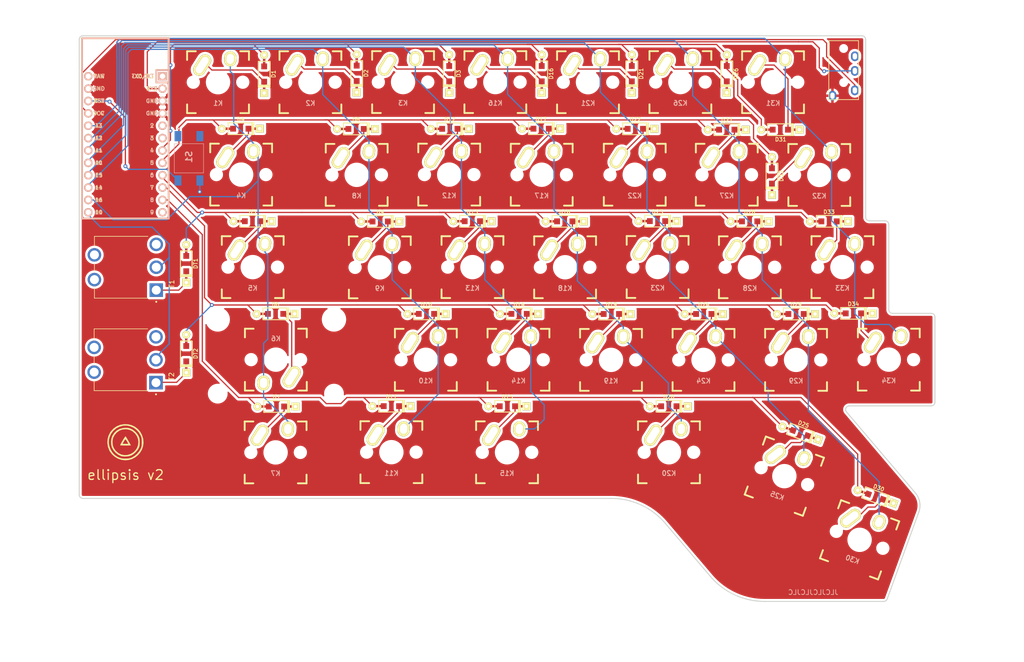
<source format=kicad_pcb>
(kicad_pcb (version 20211014) (generator pcbnew)
  (layers (0 "F.Cu" signal) (31 "B.Cu" signal) (34 "B.Paste" user) (35 "F.Paste" user) (36 "B.SilkS" user "B.Silkscreen") (37 "F.SilkS" user "F.Silkscreen") (38 "B.Mask" user) (39 "F.Mask" user) (44 "Edge.Cuts" user))
  (net 0 "")
  (net 1 "/row0")
  (net 2 "Net-(D1-Pad1)")
  (net 3 "Net-(D2-Pad1)")
  (net 4 "Net-(D3-Pad1)")
  (net 5 "/row1")
  (net 6 "Net-(D4-Pad1)")
  (net 7 "/row2")
  (net 8 "Net-(D5-Pad1)")
  (net 9 "/row3")
  (net 10 "Net-(D6-Pad1)")
  (net 11 "/row4")
  (net 12 "Net-(D7-Pad1)")
  (net 13 "Net-(D8-Pad1)")
  (net 14 "Net-(D9-Pad1)")
  (net 15 "Net-(D10-Pad1)")
  (net 16 "Net-(D11-Pad1)")
  (net 17 "Net-(D12-Pad1)")
  (net 18 "Net-(D13-Pad1)")
  (net 19 "Net-(D14-Pad1)")
  (net 20 "Net-(D15-Pad1)")
  (net 21 "Net-(D16-Pad1)")
  (net 22 "Net-(D17-Pad1)")
  (net 23 "Net-(D18-Pad1)")
  (net 24 "Net-(D19-Pad1)")
  (net 25 "Net-(D20-Pad1)")
  (net 26 "Net-(D21-Pad1)")
  (net 27 "Net-(D22-Pad1)")
  (net 28 "Net-(D23-Pad1)")
  (net 29 "Net-(D24-Pad1)")
  (net 30 "Net-(D25-Pad1)")
  (net 31 "Net-(D26-Pad1)")
  (net 32 "Net-(D27-Pad1)")
  (net 33 "Net-(D28-Pad1)")
  (net 34 "Net-(D29-Pad1)")
  (net 35 "Net-(D30-Pad1)")
  (net 36 "Net-(D31-Pad1)")
  (net 37 "Net-(D32-Pad1)")
  (net 38 "Net-(D33-Pad1)")
  (net 39 "Net-(D34-Pad1)")
  (net 40 "/col0")
  (net 41 "/col1")
  (net 42 "/col2")
  (net 43 "/col3")
  (net 44 "/col4")
  (net 45 "/col5")
  (net 46 "/col6")
  (net 47 "/serial")
  (net 52 "GND")
  (net 53 "/RST")
  (net 54 "/col7")
  (net 55 "VCC")
  (net 62 "Net-(DT1-Pad1)")
  (net 63 "Net-(DT2-Pad1)")
  (footprint "keyboard_parts:D_SOD123_axial" (layer "F.Cu") (at 76 37.575 90)
    (fp_text reference "D1")
    (fp_text value "D_ESC" hide)
  )
  (footprint "keyboard_parts:D_SOD123_axial" (layer "F.Cu") (at 95 37.425 90)
    (fp_text reference "D2")
    (fp_text value "D_1" hide)
  )
  (footprint "keyboard_parts:D_SOD123_axial" (layer "F.Cu") (at 114 37.5 90)
    (fp_text reference "D3")
    (fp_text value "D_2" hide)
  )
  (footprint "keyboard_parts:D_SOD123_axial" (layer "F.Cu") (at 71.2 48.8 180)
    (fp_text reference "D4")
    (fp_text value "D_TAB" hide)
  )
  (footprint "keyboard_parts:D_SOD123_axial" (layer "F.Cu") (at 73.6 67.8 180)
    (fp_text reference "D5")
    (fp_text value "D_CAPS" hide)
  )
  (footprint "keyboard_parts:D_SOD123_axial" (layer "F.Cu") (at 78.35 86.825 180)
    (fp_text reference "D6")
    (fp_text value "D_LSFT" hide)
  )
  (footprint "keyboard_parts:D_SOD123_axial" (layer "F.Cu") (at 78.525 105.85 180)
    (fp_text reference "D7")
    (fp_text value "D_LCTL" hide)
  )
  (footprint "keyboard_parts:D_SOD123_axial" (layer "F.Cu") (at 99.825 67.85 180)
    (fp_text reference "D9")
    (fp_text value "D_A" hide)
  )
  (footprint "keyboard_parts:D_SOD123_axial" (layer "F.Cu") (at 102.125 105.775 180)
    (fp_text reference "D11")
    (fp_text value "D_LSUP" hide)
  )
  (footprint "keyboard_parts:D_SOD123_axial" (layer "F.Cu") (at 114.125 48.825 180)
    (fp_text reference "D12")
    (fp_text value "D_W" hide)
  )
  (footprint "keyboard_parts:D_SOD123_axial" (layer "F.Cu") (at 118.75 67.8 180)
    (fp_text reference "D13")
    (fp_text value "D_S" hide)
  )
  (footprint "keyboard_parts:D_SOD123_axial" (layer "F.Cu") (at 128.35 86.825 180)
    (fp_text reference "D14")
    (fp_text value "D_X" hide)
  )
  (footprint "keyboard_parts:D_SOD123_axial" (layer "F.Cu") (at 125.95 105.8 180)
    (fp_text reference "D15")
    (fp_text value "D_LALT" hide)
  )
  (footprint "keyboard_parts:D_SOD123_axial" (layer "F.Cu") (at 133 37.5 90)
    (fp_text reference "D16")
    (fp_text value "D_3" hide)
  )
  (footprint "keyboard_parts:D_SOD123_axial" (layer "F.Cu") (at 132.875 48.8 180)
    (fp_text reference "D17")
    (fp_text value "D_E" hide)
  )
  (footprint "keyboard_parts:D_SOD123_axial" (layer "F.Cu") (at 137.725 67.825 180)
    (fp_text reference "D18")
    (fp_text value "D_D" hide)
  )
  (footprint "keyboard_parts:D_SOD123_axial" (layer "F.Cu") (at 147.3 86.85 180)
    (fp_text reference "D19")
    (fp_text value "D_C" hide)
  )
  (footprint "keyboard_parts:D_SOD123_axial" (layer "F.Cu") (at 159.1 105.8 180)
    (fp_text reference "D20")
    (fp_text value "D_TL1" hide)
  )
  (footprint "keyboard_parts:D_SOD123_axial" (layer "F.Cu") (at 151.5 37.5 90)
    (fp_text reference "D21")
    (fp_text value "D_4" hide)
  )
  (footprint "keyboard_parts:D_SOD123_axial" (layer "F.Cu") (at 152.225 48.825 180)
    (fp_text reference "D22")
    (fp_text value "D_R" hide)
  )
  (footprint "keyboard_parts:D_SOD123_axial" (layer "F.Cu") (at 156.775 67.775 180)
    (fp_text reference "D23")
    (fp_text value "D_F" hide)
  )
  (footprint "keyboard_parts:D_SOD123_axial" (layer "F.Cu") (at 166.275 86.85 180)
    (fp_text reference "D24")
    (fp_text value "D_V" hide)
  )
  (footprint "keyboard_parts:D_SOD123_axial" (layer "F.Cu") (at 171 37.5 90)
    (fp_text reference "D26")
    (fp_text value "D_5" hide)
  )
  (footprint "keyboard_parts:D_SOD123_axial" (layer "F.Cu") (at 171 49 180)
    (fp_text reference "D27")
    (fp_text value "D_T" hide)
  )
  (footprint "keyboard_parts:D_SOD123_axial" (layer "F.Cu") (at 175.7 67.825 180)
    (fp_text reference "D28")
    (fp_text value "D_G" hide)
  )
  (footprint "keyboard_parts:D_SOD123_axial" (layer "F.Cu") (at 185.225 86.85 180)
    (fp_text reference "D29")
    (fp_text value "D_B" hide)
  )
  (footprint "keyboard_parts:D_SOD123_axial" (layer "F.Cu") (at 201.55 124.375 160)
    (fp_text reference "D30")
    (fp_text value "D_TL3" hide)
  )
  (footprint "keyboard_parts:D_SOD123_axial" (layer "F.Cu") (at 182 49 180)
    (fp_text reference "D31")
    (fp_text value "D_6" hide)
  )
  (footprint "keyboard_parts:D_SOD123_axial" (layer "F.Cu") (at 180.28 58.5 90)
    (fp_text reference "D32")
    (fp_text value "D_CL1" hide)
  )
  (footprint "keyboard_parts:D_SOD123_axial" (layer "F.Cu") (at 192 67.825 180)
    (fp_text reference "D33")
    (fp_text value "D_CL2" hide)
  )
  (footprint "keebs:Mx_Alps_100" (layer "F.Cu") (at 66.525 39.25)
    (fp_text reference "K1")
    (fp_text value "KEY_ESC" hide)
  )
  (footprint "keebs:Mx_Alps_100" (layer "F.Cu") (at 85.5 39.25)
    (fp_text reference "K2")
    (fp_text value "KEY_1" hide)
  )
  (footprint "keebs:Mx_Alps_100" (layer "F.Cu") (at 104.525 39.225)
    (fp_text reference "K3")
    (fp_text value "KEY_2" hide)
  )
  (footprint "keebs:Mx_Alps_150" (layer "F.Cu") (at 71.275 58.225)
    (fp_text reference "K4")
    (fp_text value "KEY_TAB" hide)
  )
  (footprint "keebs:Mx_Alps_175" (layer "F.Cu") (at 73.65 77.225)
    (fp_text reference "K5")
    (fp_text value "KEY_CAPS" hide)
  )
  (footprint "keebs:Mx_Alps_225" (layer "F.Cu") (at 78.4 96.225 180)
    (fp_text reference "K6")
    (fp_text value "KEY_LSFT" hide)
  )
  (footprint "keebs:Mx_Alps_125" (layer "F.Cu") (at 78.35 115.275)
    (fp_text reference "K7")
    (fp_text value "KEY_LCTL" hide)
  )
  (footprint "keebs:Mx_Alps_100" (layer "F.Cu") (at 95 58.275)
    (fp_text reference "K8")
    (fp_text value "KEY_Q" hide)
  )
  (footprint "keebs:Mx_Alps_100" (layer "F.Cu") (at 99.75 77.275)
    (fp_text reference "K9")
    (fp_text value "KEY_A" hide)
  )
  (footprint "keebs:Mx_Alps_100" (layer "F.Cu") (at 109.2 96.25)
    (fp_text reference "K10")
    (fp_text value "KEY_Z" hide)
  )
  (footprint "keebs:Mx_Alps_125" (layer "F.Cu") (at 102.125 115.225)
    (fp_text reference "K11")
    (fp_text value "KEY_LSUP" hide)
  )
  (footprint "keebs:Mx_Alps_100" (layer "F.Cu") (at 114 58.225)
    (fp_text reference "K12")
    (fp_text value "KEY_W" hide)
  )
  (footprint "keebs:Mx_Alps_100" (layer "F.Cu") (at 118.775 77.225)
    (fp_text reference "K13")
    (fp_text value "KEY_S" hide)
  )
  (footprint "keebs:Mx_Alps_100" (layer "F.Cu") (at 128.225 96.25)
    (fp_text reference "K14")
    (fp_text value "KEY_X" hide)
  )
  (footprint "keebs:Mx_Alps_125" (layer "F.Cu") (at 125.875 115.25)
    (fp_text reference "K15")
    (fp_text value "KEY_LALT" hide)
  )
  (footprint "keebs:Mx_Alps_100" (layer "F.Cu") (at 123.475 39.225)
    (fp_text reference "K16")
    (fp_text value "KEY_3" hide)
  )
  (footprint "keebs:Mx_Alps_100" (layer "F.Cu") (at 133 58.25)
    (fp_text reference "K17")
    (fp_text value "KEY_E" hide)
  )
  (footprint "keebs:Mx_Alps_100" (layer "F.Cu") (at 137.8 77.25)
    (fp_text reference "K18")
    (fp_text value "KEY_D" hide)
  )
  (footprint "keebs:Mx_Alps_100" (layer "F.Cu") (at 147.225 96.275)
    (fp_text reference "K19")
    (fp_text value "KEY_C" hide)
  )
  (footprint "keebs:Mx_Alps_125" (layer "F.Cu") (at 159.125 115.25)
    (fp_text reference "K20")
    (fp_text value "KEY_TL1" hide)
  )
  (footprint "keebs:Mx_Alps_100" (layer "F.Cu") (at 142.5 39.25)
    (fp_text reference "K21")
    (fp_text value "KEY_4" hide)
  )
  (footprint "keebs:Mx_Alps_100" (layer "F.Cu") (at 152.1 58.25)
    (fp_text reference "K22")
    (fp_text value "KEY_R" hide)
  )
  (footprint "keebs:Mx_Alps_100" (layer "F.Cu") (at 156.8 77.2)
    (fp_text reference "K23")
    (fp_text value "KEY_F" hide)
  )
  (footprint "keebs:Mx_Alps_100" (layer "F.Cu") (at 166.225 96.275)
    (fp_text reference "K24")
    (fp_text value "KEY_V" hide)
  )
  (footprint "keebs:Mx_Alps_100" (layer "F.Cu") (at 161.475 39.225)
    (fp_text reference "K26")
    (fp_text value "KEY_5" hide)
  )
  (footprint "keebs:Mx_Alps_100" (layer "F.Cu") (at 171 58.25)
    (fp_text reference "K27")
    (fp_text value "KEY_T" hide)
  )
  (footprint "keebs:Mx_Alps_100" (layer "F.Cu") (at 175.75 77.25)
    (fp_text reference "K28")
    (fp_text value "KEY_G" hide)
  )
  (footprint "keebs:Mx_Alps_100" (layer "F.Cu") (at 185.225 96.275)
    (fp_text reference "K29")
    (fp_text value "KEY_B" hide)
  )
  (footprint "keebs:Mx_Alps_100" (layer "F.Cu") (at 180.5 39.25)
    (fp_text reference "K31")
    (fp_text value "KEY_6" hide)
  )
  (footprint "keebs:Mx_Alps_100" (layer "F.Cu") (at 190 58.3)
    (fp_text reference "K32")
    (fp_text value "KEY_CL1" hide)
  )
  (footprint "keebs:Mx_Alps_100" (layer "F.Cu") (at 194.75 77.225)
    (fp_text reference "K33")
    (fp_text value "KEY_CL2" hide)
  )
  (footprint "keebs:Mx_Alps_100" (layer "F.Cu") (at 204.275 96.225)
    (fp_text reference "K34")
    (fp_text value "KEY_CL3" hide)
  )
  (footprint "keebio:TRRS-PJ-320A" (layer "F.Cu") (at 195 30.7275)
    (fp_text reference "U1")
    (fp_text value "TRRS")
  )
  (footprint "keebs:Mx_Alps_125" (layer "F.Cu") (at 182.825 120.15 -20)
    (fp_text reference "K25")
    (fp_text value "KEY_TL2" hide)
  )
  (footprint "keebs:Mx_Alps_125" (layer "F.Cu") (at 198.275 133.225 -20)
    (fp_text reference "K30")
    (fp_text value "KEY_TL3" hide)
  )
  (footprint "keyboard_parts:D_SOD123_axial" (layer "F.Cu") (at 109.325 86.825 180)
    (fp_text reference "D10")
    (fp_text value "D_Z" hide)
  )
  (footprint "keyboard_parts:D_SOD123_axial" (layer "F.Cu") (at 94.875 48.85 180)
    (fp_text reference "D8")
    (fp_text value "D_Q" hide)
  )
  (footprint "keyboard_parts:D_SOD123_axial" (layer "F.Cu") (at 197 86.725 180)
    (fp_text reference "D34")
    (fp_text value "D_CL3" hide)
  )
  (footprint "keyboard_parts:D_SOD123_axial" (layer "F.Cu") (at 186.1 111.3 160)
    (fp_text reference "D25")
    (fp_text value "D_TL2" hide)
  )
  (footprint "keyboard_parts:D_SOD123_axial" (layer "F.Cu") (at 60 76.5 90)
    (fp_text reference "DT1")
    (fp_text value "D_TMOD" hide)
  )
  (footprint "toggle:SW_100SP1T2B4M6QE" (layer "F.Cu") (at 53.84 77.25 90)
    (fp_text reference "T1")
    (fp_text value "T_MODE")
  )
  (footprint "keyboard_parts:D_SOD123_axial" (layer "F.Cu") (at 60 95 90)
    (fp_text reference "DT2")
    (fp_text value "D_TSPC" hide)
  )
  (footprint "graphics:emblem_with_version" (layer "F.Cu") (at 47.5 113.5)
    (fp_text reference "G***" hide)
    (fp_text value "LOGO" hide)
  )
  (footprint "toggle:SW_100SP1T2B4M6QE" (layer "F.Cu") (at 53.78625 96.25 90)
    (fp_text reference "T2")
    (fp_text value "T_SPACE")
  )
  (footprint "mouser:LL3301NF065QG" (layer "B.Cu") (at 60.55 54.88 -90)
    (fp_text reference "S1")
    (fp_text value "RST_SW" hide)
  )
  (footprint "keebio:ArduinoProMicro-USBC-Alibaba" (layer "B.Cu") (at 47.5 52 -90)
    (fp_text reference "U2" hide)
    (fp_text value "ProMicro USBC" hide)
  )
  (gr_arc (start 213.75 104.97) (mid 213.53033 105.50033) (end 213 105.72) (layer "Edge.Cuts") (width 0.2))
  (gr_arc (start 195.586507 106.955691) (mid 195.477277 106.155173) (end 196.158 105.72) (layer "Edge.Cuts") (width 0.2))
  (gr_line (start 196.158 105.72) (end 213 105.72) (layer "Edge.Cuts") (width 0.2))
  (gr_arc (start 203.943769 145.380515) (mid 203.669182 145.738364) (end 203.239 145.874) (layer "Edge.Cuts") (width 0.2))
  (gr_line (start 200.275 67.72) (end 203.525 67.72) (layer "Edge.Cuts") (width 0.2))
  (gr_line (start 147.274 124.72) (end 38.775 124.72) (layer "Edge.Cuts") (width 0.2))
  (gr_arc (start 178.745 145.8741) (mid 172.621789 144.526704) (end 167.629767 140.733432) (layer "Edge.Cuts") (width 0.2))
  (gr_arc (start 209.738483 123.607551) (mid 210.618659 125.472105) (end 210.442183 127.5264) (layer "Edge.Cuts") (width 0.2))
  (gr_line (start 203.239 145.874) (end 178.745 145.8741) (layer "Edge.Cuts") (width 0.2))
  (gr_arc (start 198.775 29.72) (mid 199.30533 29.93967) (end 199.525 30.47) (layer "Edge.Cuts") (width 0.2))
  (gr_line (start 38.025 123.97) (end 38.025 30.47) (layer "Edge.Cuts") (width 0.2))
  (gr_line (start 167.629767 140.733432) (end 158.389233 129.860568) (layer "Edge.Cuts") (width 0.2))
  (gr_line (start 210.442183 127.5264) (end 203.943769 145.380515) (layer "Edge.Cuts") (width 0.2))
  (gr_arc (start 205.025 86.72) (mid 204.49467 86.50033) (end 204.275 85.97) (layer "Edge.Cuts") (width 0.2))
  (gr_arc (start 38.025 30.47) (mid 38.24467 29.93967) (end 38.775 29.72) (layer "Edge.Cuts") (width 0.2))
  (gr_arc (start 38.775 124.72) (mid 38.24467 124.50033) (end 38.025 123.97) (layer "Edge.Cuts") (width 0.2))
  (gr_arc (start 203.525 67.72) (mid 204.05533 67.93967) (end 204.275 68.47) (layer "Edge.Cuts") (width 0.2))
  (gr_line (start 204.275 68.47) (end 204.275 85.97) (layer "Edge.Cuts") (width 0.2))
  (gr_line (start 199.525 30.47) (end 199.525 66.97) (layer "Edge.Cuts") (width 0.2))
  (gr_arc (start 200.275 67.72) (mid 199.74467 67.50033) (end 199.525 66.97) (layer "Edge.Cuts") (width 0.2))
  (gr_arc (start 147.274 124.7199) (mid 153.397211 126.067296) (end 158.389233 129.860568) (layer "Edge.Cuts") (width 0.2))
  (gr_arc (start 213 86.72) (mid 213.53033 86.93967) (end 213.75 87.47) (layer "Edge.Cuts") (width 0.2))
  (gr_line (start 205.025 86.72) (end 213 86.72) (layer "Edge.Cuts") (width 0.2))
  (gr_line (start 195.586507 106.955691) (end 209.738483 123.607551) (layer "Edge.Cuts") (width 0.2))
  (gr_line (start 38.775 29.72) (end 198.775 29.72) (layer "Edge.Cuts") (width 0.2))
  (gr_line (start 213.75 104.97) (end 213.75 87.47) (layer "Edge.Cuts") (width 0.2))
  (gr_text "JLCJLCJLCJLC" (at 188.75 144) (layer "B.SilkS") (effects (font (size 1 1)) (justify mirror)))
  (segment (start 173.25 38.75) (end 173.25 42) (width 0.25) (layer "F.Cu") (net 1))
  (segment (start 178.1 46.85) (end 178.1 49) (width 0.25) (layer "F.Cu") (net 1))
  (segment (start 130 31.5) (end 148.75 31.5) (width 0.25) (layer "F.Cu") (net 1))
  (segment (start 171 35.925) (end 171 36.5) (width 0.25) (layer "F.Cu") (net 1))
  (segment (start 73.825 31.5) (end 92.5 31.5) (width 0.25) (layer "F.Cu") (net 1))
  (segment (start 168.9 31.5) (end 171 33.6) (width 0.25) (layer "F.Cu") (net 1))
  (segment (start 149.4 31.5) (end 148.75 31.5) (width 0.25) (layer "F.Cu") (net 1))
  (segment (start 56.75 35.75) (end 56.75 32.25) (width 0.25) (layer "F.Cu") (net 1))
  (segment (start 76 33.675) (end 73.825 31.5) (width 0.25) (layer "F.Cu") (net 1))
  (segment (start 133 33.6) (end 130.9 31.5) (width 0.25) (layer "F.Cu") (net 1))
  (segment (start 173.25 42) (end 178.1 46.85) (width 0.25) (layer "F.Cu") (net 1))
  (segment (start 148.75 31.5) (end 168.9 31.5) (width 0.25) (layer "F.Cu") (net 1))
  (segment (start 54.62 53.27) (end 56.75 51.14) (width 0.25) (layer "F.Cu") (net 1))
  (segment (start 92.975 31.5) (end 92.5 31.5) (width 0.25) (layer "F.Cu") (net 1))
  (segment (start 57.5 31.5) (end 73.825 31.5) (width 0.25) (layer "F.Cu") (net 1))
  (segment (start 56.75 51.14) (end 56.75 49.25) (width 0.25) (layer "F.Cu") (net 1))
  (segment (start 92.5 31.5) (end 111 31.5) (width 0.25) (layer "F.Cu") (net 1))
  (segment (start 111.9 31.5) (end 111 31.5) (width 0.25) (layer "F.Cu") (net 1))
  (segment (start 114 33.6) (end 111.9 31.5) (width 0.25) (layer "F.Cu") (net 1))
  (segment (start 130.9 31.5) (end 130 31.5) (width 0.25) (layer "F.Cu") (net 1))
  (segment (start 95 33.525) (end 92.975 31.5) (width 0.25) (layer "F.Cu") (net 1))
  (segment (start 111 31.5) (end 130 31.5) (width 0.25) (layer "F.Cu") (net 1))
  (segment (start 56.75 32.25) (end 57.5 31.5) (width 0.25) (layer "F.Cu") (net 1))
  (segment (start 171 36.5) (end 173.25 38.75) (width 0.25) (layer "F.Cu") (net 1))
  (segment (start 151.5 33.6) (end 149.4 31.5) (width 0.25) (layer "F.Cu") (net 1))
  (via (at 56.75 35.75) (size 0.8) (drill 0.4) (layers "F.Cu" "B.Cu") (net 1))
  (via (at 56.75 49.25) (size 0.8) (drill 0.4) (layers "F.Cu" "B.Cu") (net 1))
  (segment (start 56.75 49.25) (end 56.75 35.75) (width 0.25) (layer "B.Cu") (net 1))
  (segment (start 64.23 35.73) (end 65.25 36.75) (width 0.25) (layer "F.Cu") (net 2))
  (segment (start 65.25 36.75) (end 73.6 36.75) (width 0.25) (layer "F.Cu") (net 2))
  (segment (start 63.27 35.73) (end 64.23 35.73) (width 0.25) (layer "F.Cu") (net 2))
  (segment (start 73.6 36.75) (end 76 39.15) (width 0.25) (layer "F.Cu") (net 2))
  (segment (start 92.55 36.55) (end 94.95 38.95) (width 0.25) (layer "F.Cu") (net 3))
  (segment (start 83.18 35.53) (end 84.2 36.55) (width 0.25) (layer "F.Cu") (net 3))
  (segment (start 84.2 36.55) (end 92.55 36.55) (width 0.25) (layer "F.Cu") (net 3))
  (segment (start 102.18 35.53) (end 103.2 36.55) (width 0.25) (layer "F.Cu") (net 4))
  (segment (start 103.2 36.55) (end 111.55 36.55) (width 0.25) (layer "F.Cu") (net 4))
  (segment (start 111.55 36.55) (end 113.95 38.95) (width 0.25) (layer "F.Cu") (net 4))
  (segment (start 60 47) (end 65.5 47) (width 0.25) (layer "F.Cu") (net 5))
  (segment (start 176.5 48.036396) (end 176.5 50.82) (width 0.25) (layer "F.Cu") (net 5))
  (segment (start 110.225 48.825) (end 108.4 47) (width 0.25) (layer "F.Cu") (net 5))
  (segment (start 148.325 48.825) (end 146.5 47) (width 0.25) (layer "F.Cu") (net 5))
  (segment (start 67.3 48.8) (end 65.5 47) (width 0.25) (layer "F.Cu") (net 5))
  (segment (start 89.125 47) (end 88.5 47) (width 0.25) (layer "F.Cu") (net 5))
  (segment (start 165.1 47) (end 167.1 49) (width 0.25) (layer "F.Cu") (net 5))
  (segment (start 58.5 48.5) (end 60 47) (width 0.25) (layer "F.Cu") (net 5))
  (segment (start 90.975 48.85) (end 89.125 47) (width 0.25) (layer "F.Cu") (net 5))
  (segment (start 58.5 51.93) (end 58.5 48.5) (width 0.25) (layer "F.Cu") (net 5))
  (segment (start 108.25 47) (end 127.25 47) (width 0.25) (layer "F.Cu") (net 5))
  (segment (start 54.62 55.81) (end 58.5 51.93) (width 0.25) (layer "F.Cu") (net 5))
  (segment (start 65.5 47) (end 88.5 47) (width 0.25) (layer "F.Cu") (net 5))
  (segment (start 128.975 48.8) (end 127.25 47.075) (width 0.25) (layer "F.Cu") (net 5))
  (segment (start 127.25 47.075) (end 127.25 47) (width 0.25) (layer "F.Cu") (net 5))
  (segment (start 175.463604 47) (end 176.5 48.036396) (width 0.25) (layer "F.Cu") (net 5))
  (segment (start 127.25 47) (end 146.5 47) (width 0.25) (layer "F.Cu") (net 5))
  (segment (start 88.5 47) (end 108.25 47) (width 0.25) (layer "F.Cu") (net 5))
  (segment (start 108.4 47) (end 108.25 47) (width 0.25) (layer "F.Cu") (net 5))
  (segment (start 146.5 47) (end 165.1 47) (width 0.25) (layer "F.Cu") (net 5))
  (segment (start 176.5 50.82) (end 180.28 54.6) (width 0.25) (layer "F.Cu") (net 5))
  (segment (start 165.1 47) (end 175.463604 47) (width 0.25) (layer "F.Cu") (net 5))
  (segment (start 72.775 49.95) (end 68.02 54.705) (width 0.25) (layer "F.Cu") (net 6))
  (segment (start 72.775 48.8) (end 72.775 49.95) (width 0.25) (layer "F.Cu") (net 6))
  (segment (start 67.9 66) (end 83.75 66) (width 0.25) (layer "F.Cu") (net 7))
  (segment (start 95.925 67.85) (end 94.075 66) (width 0.25) (layer "F.Cu") (net 7))
  (segment (start 54.62 58.35) (end 62.27 66) (width 0.25) (layer "F.Cu") (net 7))
  (segment (start 62.27 66) (end 63.25 66) (width 0.25) (layer "F.Cu") (net 7))
  (segment (start 186.275 66) (end 188.1 67.825) (width 0.25) (layer "F.Cu") (net 7))
  (segment (start 169.975 66) (end 169.5 66) (width 0.25) (layer "F.Cu") (net 7))
  (segment (start 152.875 67.775) (end 151.1 66) (width 0.25) (layer "F.Cu") (net 7))
  (segment (start 169.5 66) (end 186.275 66) (width 0.25) (layer "F.Cu") (net 7))
  (segment (start 112 66) (end 131.75 66) (width 0.25) (layer "F.Cu") (net 7))
  (segment (start 93.75 66) (end 112 66) (width 0.25) (layer "F.Cu") (net 7))
  (segment (start 151 66) (end 169.5 66) (width 0.25) (layer "F.Cu") (net 7))
  (segment (start 151.1 66) (end 151 66) (width 0.25) (layer "F.Cu") (net 7))
  (segment (start 114.85 67.8) (end 113.05 66) (width 0.25) (layer "F.Cu") (net 7))
  (segment (start 133.825 67.825) (end 132 66) (width 0.25) (layer "F.Cu") (net 7))
  (segment (start 131.75 66) (end 151 66) (width 0.25) (layer "F.Cu") (net 7))
  (segment (start 132 66) (end 131.75 66) (width 0.25) (layer "F.Cu") (net 7))
  (segment (start 83.75 66) (end 93.75 66) (width 0.25) (layer "F.Cu") (net 7))
  (segment (start 67.9 66) (end 63.25 66) (width 0.25) (layer "F.Cu") (net 7))
  (segment (start 171.8 67.825) (end 169.975 66) (width 0.25) (layer "F.Cu") (net 7))
  (segment (start 69.7 67.8) (end 67.9 66) (width 0.25) (layer "F.Cu") (net 7))
  (segment (start 94.075 66) (end 93.75 66) (width 0.25) (layer "F.Cu") (net 7))
  (segment (start 113.05 66) (end 112 66) (width 0.25) (layer "F.Cu") (net 7))
  (via (at 63.25 66) (size 0.8) (drill 0.4) (layers "F.Cu" "B.Cu") (net 7))
  (segment (start 60 72.6) (end 60 69.25) (width 0.25) (layer "B.Cu") (net 7))
  (segment (start 60 69.25) (end 63.25 66) (width 0.25) (layer "B.Cu") (net 7))
  (segment (start 75.175 67.8) (end 75.175 68.925) (width 0.25) (layer "F.Cu") (net 8))
  (segment (start 75.175 68.925) (end 70.395 73.705) (width 0.25) (layer "F.Cu") (net 8))
  (segment (start 179.475 85) (end 179.25 85) (width 0.25) (layer "F.Cu") (net 9))
  (segment (start 72.625 85) (end 95.25 85) (width 0.25) (layer "F.Cu") (net 9))
  (segment (start 105.425 86.825) (end 103.6 85) (width 0.25) (layer "F.Cu") (net 9))
  (segment (start 54.62 60.89) (end 55.89 60.89) (width 0.25) (layer "F.Cu") (net 9))
  (segment (start 181.325 86.85) (end 179.475 85) (width 0.25) (layer "F.Cu") (net 9))
  (segment (start 74.45 86.825) (end 72.625 85) (width 0.25) (layer "F.Cu") (net 9))
  (segment (start 103.25 85) (end 122 85) (width 0.25) (layer "F.Cu") (net 9))
  (segment (start 103.6 85) (end 103.25 85) (width 0.25) (layer "F.Cu") (net 9))
  (segment (start 72.625 85) (end 65.25 85) (width 0.25) (layer "F.Cu") (net 9))
  (segment (start 191.375 85) (end 193.1 86.725) (width 0.25) (layer "F.Cu") (net 9))
  (segment (start 63.75 69) (end 63.75 83.5) (width 0.25) (layer "F.Cu") (net 9))
  (segment (start 95.25 85) (end 103.25 85) (width 0.25) (layer "F.Cu") (net 9))
  (segment (start 162.375 86.85) (end 160.525 85) (width 0.25) (layer "F.Cu") (net 9))
  (segment (start 141.5 85) (end 160.5 85) (width 0.25) (layer "F.Cu") (net 9))
  (segment (start 55.89 60.89) (end 63.75 68.75) (width 0.25) (layer "F.Cu") (net 9))
  (segment (start 141.55 85) (end 141.5 85) (width 0.25) (layer "F.Cu") (net 9))
  (segment (start 160.5 85) (end 179.25 85) (width 0.25) (layer "F.Cu") (net 9))
  (segment (start 160.525 85) (end 160.5 85) (width 0.25) (layer "F.Cu") (net 9))
  (segment (start 124.45 86.825) (end 122.625 85) (width 0.25) (layer "F.Cu") (net 9))
  (segment (start 122.625 85) (end 122 85) (width 0.25) (layer "F.Cu") (net 9))
  (segment (start 179.25 85) (end 191.375 85) (width 0.25) (layer "F.Cu") (net 9))
  (segment (start 143.4 86.85) (end 141.55 85) (width 0.25) (layer "F.Cu") (net 9))
  (segment (start 63.75 68.75) (end 63.75 69) (width 0.25) (layer "F.Cu") (net 9))
  (segment (start 122 85) (end 141.5 85) (width 0.25) (layer "F.Cu") (net 9))
  (segment (start 63.75 83.5) (end 65.25 85) (width 0.25) (layer "F.Cu") (net 9))
  (via (at 65.25 85) (size 0.8) (drill 0.4) (layers "F.Cu" "B.Cu") (net 9))
  (segment (start 60 91.1) (end 60 90.25) (width 0.25) (layer "B.Cu") (net 9))
  (segment (start 60 90.25) (end 65.25 85) (width 0.25) (layer "B.Cu") (net 9))
  (segment (start 81.655 88.555) (end 81.655 99.745) (width 0.25) (layer "F.Cu") (net 10))
  (segment (start 79.925 86.825) (end 81.655 88.555) (width 0.25) (layer "F.Cu") (net 10))
  (segment (start 96.5 104) (end 120 104) (width 0.25) (layer "F.Cu") (net 11))
  (segment (start 87.5 104) (end 88.75 105.25) (width 0.25) (layer "F.Cu") (net 11))
  (segment (start 91.75 105.25) (end 93 104) (width 0.25) (layer "F.Cu") (net 11))
  (segment (start 54.62 63.43) (end 56.18 63.43) (width 0.25) (layer "F.Cu") (net 11))
  (segment (start 98.225 105.775) (end 96.5 104.05) (width 0.25) (layer "F.Cu") (net 11))
  (segment (start 122.05 105.8) (end 120.25 104) (width 0.25) (layer "F.Cu") (net 11))
  (segment (start 63.3 70.55) (end 63.3 96.55) (width 0.25) (layer "F.Cu") (net 11))
  (segment (start 56.18 63.43) (end 63.3 70.55) (width 0.25) (layer "F.Cu") (net 11))
  (segment (start 197.885199 123.041121) (end 197.885199 115.635199) (width 0.25) (layer "F.Cu") (net 11))
  (segment (start 153.4 104) (end 155.2 105.8) (width 0.25) (layer "F.Cu") (net 11))
  (segment (start 63.3 96.55) (end 70.75 104) (width 0.25) (layer "F.Cu") (net 11))
  (segment (start 176.25 104) (end 176.469078 104) (width 0.25) (layer "F.Cu") (net 11))
  (segment (start 74.625 105.85) (end 72.775 104) (width 0.25) (layer "F.Cu") (net 11))
  (segment (start 153.4 104) (end 176.25 104) (width 0.25) (layer "F.Cu") (net 11))
  (segment (start 197.885199 115.635199) (end 186.25 104) (width 0.25) (layer "F.Cu") (net 11))
  (segment (start 88.75 105.25) (end 91.75 105.25) (width 0.25) (layer "F.Cu") (net 11))
  (segment (start 93 104) (end 96.5 104) (width 0.25) (layer "F.Cu") (net 11))
  (segment (start 96.5 104.05) (end 96.5 104) (width 0.25) (layer "F.Cu") (net 11))
  (segment (start 120 104) (end 153.4 104) (width 0.25) (layer "F.Cu") (net 11))
  (segment (start 186.25 104) (end 176.25 104) (width 0.25) (layer "F.Cu") (net 11))
  (segment (start 120.25 104) (end 120 104) (width 0.25) (layer "F.Cu") (net 11))
  (segment (start 176.469078 104) (end 182.435199 109.966121) (width 0.25) (layer "F.Cu") (net 11))
  (segment (start 70.75 104) (end 72.775 104) (width 0.25) (layer "F.Cu") (net 11))
  (segment (start 72.775 104) (end 87.5 104) (width 0.25) (layer "F.Cu") (net 11))
  (segment (start 80.1 106.75) (end 75.095 111.755) (width 0.25) (layer "F.Cu") (net 12))
  (segment (start 80.1 105.85) (end 80.1 106.75) (width 0.25) (layer "F.Cu") (net 12))
  (segment (start 96.45 50.05) (end 91.745 54.755) (width 0.25) (layer "F.Cu") (net 13))
  (segment (start 96.45 48.85) (end 96.45 50.05) (width 0.25) (layer "F.Cu") (net 13))
  (segment (start 101.4 68.85) (end 96.495 73.755) (width 0.25) (layer "F.Cu") (net 14))
  (segment (start 101.4 67.85) (end 101.4 68.85) (width 0.25) (layer "F.Cu") (net 14))
  (segment (start 110.9 87.775) (end 105.945 92.73) (width 0.25) (layer "F.Cu") (net 15))
  (segment (start 110.9 86.825) (end 110.9 87.775) (width 0.25) (layer "F.Cu") (net 15))
  (segment (start 103.7 106.875) (end 98.87 111.705) (width 0.25) (layer "F.Cu") (net 16))
  (segment (start 103.7 105.775) (end 103.7 106.875) (width 0.25) (layer "F.Cu") (net 16))
  (segment (start 115.7 48.825) (end 115.7 49.75) (width 0.25) (layer "F.Cu") (net 17))
  (segment (start 115.7 49.75) (end 110.745 54.705) (width 0.25) (layer "F.Cu") (net 17))
  (segment (start 120.325 68.9) (end 115.52 73.705) (width 0.25) (layer "F.Cu") (net 18))
  (segment (start 120.325 67.8) (end 120.325 68.9) (width 0.25) (layer "F.Cu") (net 18))
  (segment (start 129.925 87.775) (end 124.97 92.73) (width 0.25) (layer "F.Cu") (net 19))
  (segment (start 129.925 86.825) (end 129.925 87.775) (width 0.25) (layer "F.Cu") (net 19))
  (segment (start 127.525 106.825) (end 122.62 111.73) (width 0.25) (layer "F.Cu") (net 20))
  (segment (start 127.525 105.8) (end 127.525 106.825) (width 0.25) (layer "F.Cu") (net 20))
  (segment (start 122.2 36.55) (end 130.55 36.55) (width 0.25) (layer "F.Cu") (net 21))
  (segment (start 121.18 35.53) (end 122.2 36.55) (width 0.25) (layer "F.Cu") (net 21))
  (segment (start 130.55 36.55) (end 132.95 38.95) (width 0.25) (layer "F.Cu") (net 21))
  (segment (start 134.45 48.8) (end 134.45 50.025) (width 0.25) (layer "F.Cu") (net 22))
  (segment (start 134.45 50.025) (end 129.745 54.73) (width 0.25) (layer "F.Cu") (net 22))
  (segment (start 139.3 67.825) (end 139.3 68.975) (width 0.25) (layer "F.Cu") (net 23))
  (segment (start 139.3 68.975) (end 134.545 73.73) (width 0.25) (layer "F.Cu") (net 23))
  (segment (start 148.875 86.85) (end 148.875 87.85) (width 0.25) (layer "F.Cu") (net 24))
  (segment (start 148.875 87.85) (end 143.97 92.755) (width 0.25) (layer "F.Cu") (net 24))
  (segment (start 160.675 105.8) (end 160.675 106.925) (width 0.25) (layer "F.Cu") (net 25))
  (segment (start 160.675 106.925) (end 155.87 111.73) (width 0.25) (layer "F.Cu") (net 25))
  (segment (start 139.68 35.53) (end 140.7 36.55) (width 0.25) (layer "F.Cu") (net 26))
  (segment (start 149.05 36.55) (end 151.45 38.95) (width 0.25) (layer "F.Cu") (net 26))
  (segment (start 140.7 36.55) (end 149.05 36.55) (width 0.25) (layer "F.Cu") (net 26))
  (segment (start 153.8 48.825) (end 153.8 49.775) (width 0.25) (layer "F.Cu") (net 27))
  (segment (start 153.8 49.775) (end 148.845 54.73) (width 0.25) (layer "F.Cu") (net 27))
  (segment (start 158.35 68.875) (end 153.545 73.68) (width 0.25) (layer "F.Cu") (net 28))
  (segment (start 158.35 67.775) (end 158.35 68.875) (width 0.25) (layer "F.Cu") (net 28))
  (segment (start 167.85 87.875) (end 162.97 92.755) (width 0.25) (layer "F.Cu") (net 29))
  (segment (start 167.85 86.85) (end 167.85 87.875) (width 0.25) (layer "F.Cu") (net 29))
  (segment (start 187.580016 111.838682) (end 186.168698 113.25) (width 0.25) (layer "F.Cu") (net 30))
  (segment (start 181.770994 115.729006) (end 180.970211 115.729006) (width 0.25) (layer "F.Cu") (net 30))
  (segment (start 184.25 113.25) (end 181.770994 115.729006) (width 0.25) (layer "F.Cu") (net 30))
  (segment (start 186.168698 113.25) (end 184.25 113.25) (width 0.25) (layer "F.Cu") (net 30))
  (segment (start 160.2 36.55) (end 168.55 36.55) (width 0.25) (layer "F.Cu") (net 31))
  (segment (start 159.18 35.53) (end 160.2 36.55) (width 0.25) (layer "F.Cu") (net 31))
  (segment (start 168.55 36.55) (end 170.95 38.95) (width 0.25) (layer "F.Cu") (net 31))
  (segment (start 172.575 49.9) (end 167.745 54.73) (width 0.25) (layer "F.Cu") (net 32))
  (segment (start 172.575 49) (end 172.575 49.9) (width 0.25) (layer "F.Cu") (net 32))
  (segment (start 177.275 67.825) (end 177.275 68.95) (width 0.25) (layer "F.Cu") (net 33))
  (segment (start 177.275 68.95) (end 172.495 73.73) (width 0.25) (layer "F.Cu") (net 33))
  (segment (start 186.8 86.85) (end 186.8 87.925) (width 0.25) (layer "F.Cu") (net 34))
  (segment (start 186.8 87.925) (end 181.97 92.755) (width 0.25) (layer "F.Cu") (net 34))
  (segment (start 200 126.5) (end 197.695994 128.804006) (width 0.25) (layer "F.Cu") (net 35))
  (segment (start 203.030016 124.913682) (end 201.443698 126.5) (width 0.25) (layer "F.Cu") (net 35))
  (segment (start 201.443698 126.5) (end 200 126.5) (width 0.25) (layer "F.Cu") (net 35))
  (segment (start 197.695994 128.804006) (end 196.420211 128.804006) (width 0.25) (layer "F.Cu") (net 35))
  (segment (start 183.575 38.575) (end 183.575 49) (width 0.25) (layer "F.Cu") (net 36))
  (segment (start 177.245 35.73) (end 180.73 35.73) (width 0.25) (layer "F.Cu") (net 36))
  (segment (start 180.73 35.73) (end 183.575 38.575) (width 0.25) (layer "F.Cu") (net 36))
  (segment (start 185.575 54.78) (end 186.745 54.78) (width 0.25) (layer "F.Cu") (net 37))
  (segment (start 180.28 60.075) (end 185.575 54.78) (width 0.25) (layer "F.Cu") (net 37))
  (segment (start 193.575 71.625) (end 191.495 73.705) (width 0.25) (layer "F.Cu") (net 38))
  (segment (start 193.575 67.825) (end 193.575 71.625) (width 0.25) (layer "F.Cu") (net 38))
  (segment (start 198.575 90.26) (end 201.02 92.705) (width 0.25) (layer "F.Cu") (net 39))
  (segment (start 198.575 86.725) (end 198.575 90.26) (width 0.25) (layer "F.Cu") (net 39))
  (segment (start 53 69) (end 56.5 72.5) (width 0.25) (layer "B.Cu") (net 40))
  (segment (start 39.38 65.97) (end 42.41 69) (width 0.25) (layer "B.Cu") (net 40))
  (segment (start 53.34 78.4025) (end 56.4925 75.25) (width 0.25) (layer "B.Cu") (net 40))
  (segment (start 56.5 72.5) (end 56.5 75.25) (width 0.25) (layer "B.Cu") (net 40))
  (segment (start 56.4925 75.25) (end 56.5 75.25) (width 0.25) (layer "B.Cu") (net 40))
  (segment (start 42.41 69) (end 53 69) (width 0.25) (layer "B.Cu") (net 40))
  (segment (start 56.5 92.96875) (end 53.28625 96.1825) (width 0.25) (layer "B.Cu") (net 40))
  (segment (start 56.5 75.25) (end 56.5 92.96875) (width 0.25) (layer "B.Cu") (net 40))
  (segment (start 69.75 47.75) (end 73.795 51.795) (width 0.25) (layer "B.Cu") (net 41))
  (segment (start 76.75 74.75) (end 76.75 92) (width 0.25) (layer "B.Cu") (net 41))
  (segment (start 76.17 74.17) (end 76.75 74.75) (width 0.25) (layer "B.Cu") (net 41))
  (segment (start 76.17 72.435) (end 76.17 74.17) (width 0.25) (layer "B.Cu") (net 41))
  (segment (start 74.75 58) (end 74.75 59.5) (width 0.25) (layer "B.Cu") (net 41))
  (segment (start 69.045 37.045) (end 69.75 37.75) (width 0.25) (layer "B.Cu") (net 41))
  (segment (start 56 67.5) (end 45 67.5) (width 0.25) (layer "B.Cu") (net 41))
  (segment (start 75.88 103.88) (end 80.87 108.87) (width 0.25) (layer "B.Cu") (net 41))
  (segment (start 76.75 92) (end 76 92.75) (width 0.25) (layer "B.Cu") (net 41))
  (segment (start 73.795 53.435) (end 74.75 54.39) (width 0.25) (layer "B.Cu") (net 41))
  (segment (start 74.75 71.015) (end 76.17 72.435) (width 0.25) (layer "B.Cu") (net 41))
  (segment (start 69.045 34.46) (end 69.045 37.045) (width 0.25) (layer "B.Cu") (net 41))
  (segment (start 75.88 92.87) (end 76 92.75) (width 0.25) (layer "B.Cu") (net 41))
  (segment (start 74.75 54.39) (end 74.75 58) (width 0.25) (layer "B.Cu") (net 41))
  (segment (start 74.75 59.5) (end 71.5 62.75) (width 0.25) (layer "B.Cu") (net 41))
  (segment (start 75.88 101.015) (end 75.88 92.87) (width 0.25) (layer "B.Cu") (net 41))
  (segment (start 60.75 62.75) (end 56 67.5) (width 0.25) (layer "B.Cu") (net 41))
  (segment (start 40.93 63.43) (end 45 67.5) (width 0.25) (layer "B.Cu") (net 41))
  (segment (start 69.75 37.75) (end 69.75 47.75) (width 0.25) (layer "B.Cu") (net 41))
  (segment (start 73.795 51.795) (end 73.795 53.435) (width 0.25) (layer "B.Cu") (net 41))
  (segment (start 75.88 101.015) (end 75.88 103.88) (width 0.25) (layer "B.Cu") (net 41))
  (segment (start 39.38 63.43) (end 40.93 63.43) (width 0.25) (layer "B.Cu") (net 41))
  (segment (start 80.87 108.87) (end 80.87 110.485) (width 0.25) (layer "B.Cu") (net 41))
  (segment (start 71.5 62.75) (end 60.75 62.75) (width 0.25) (layer "B.Cu") (net 41))
  (segment (start 74.75 58) (end 74.75 71.015) (width 0.25) (layer "B.Cu") (net 41))
  (segment (start 86.06 32.5) (end 88.02 34.46) (width 0.25) (layer "B.Cu") (net 42))
  (segment (start 88.02 41.77) (end 97.52 51.27) (width 0.25) (layer "B.Cu") (net 42))
  (segment (start 97.52 53.485) (end 97.52 65.52) (width 0.25) (layer "B.Cu") (net 42))
  (segment (start 97.52 65.52) (end 102.27 70.27) (width 0.25) (layer "B.Cu") (net 42))
  (segment (start 102.27 79.77) (end 111.72 89.22) (width 0.25) (layer "B.Cu") (net 42))
  (segment (start 111.72 89.22) (end 111.72 91.46) (width 0.25) (layer "B.Cu") (net 42))
  (segment (start 48.025 52.245) (end 48.025 45.520938) (width 0.25) (layer "B.Cu") (net 42))
  (segment (start 102.27 70.27) (end 102.27 72.485) (width 0.25) (layer "B.Cu") (net 42))
  (segment (start 39.38 60.89) (end 48.025 52.245) (width 0.25) (layer "B.Cu") (net 42))
  (segment (start 88.02 34.46) (end 88.02 41.77) (width 0.25) (layer "B.Cu") (net 42))
  (segment (start 48.75 32.5) (end 86.06 32.5) (width 0.25) (layer "B.Cu") (net 42))
  (segment (start 102.27 72.485) (end 102.27 79.77) (width 0.25) (layer "B.Cu") (net 42))
  (segment (start 48.0245 33.2255) (end 48.75 32.5) (width 0.25) (layer "B.Cu") (net 42))
  (segment (start 48.0245 45.521438) (end 48.0245 33.2255) (width 0.25) (layer "B.Cu") (net 42))
  (segment (start 111.72 103.36) (end 104.645 110.435) (width 0.25) (layer "B.Cu") (net 42))
  (segment (start 111.72 91.46) (end 111.72 103.36) (width 0.25) (layer "B.Cu") (net 42))
  (segment (start 97.52 51.27) (end 97.52 53.485) (width 0.25) (layer "B.Cu") (net 42))
  (segment (start 107.045 34.435) (end 107.045 38.398686) (width 0.25) (layer "B.Cu") (net 43))
  (segment (start 116.52 51.27) (end 116.52 53.435) (width 0.25) (layer "B.Cu") (net 43))
  (segment (start 121.295 79.795) (end 130.745 89.245) (width 0.25) (layer "B.Cu") (net 43))
  (segment (start 107.045 38.398686) (end 114.25 45.603686) (width 0.25) (layer "B.Cu") (net 43))
  (segment (start 39.38 58.35) (end 47.575 50.155) (width 0.25) (layer "B.Cu") (net 43))
  (segment (start 130.745 89.245) (end 130.745 91.46) (width 0.25) (layer "B.Cu") (net 43))
  (segment (start 133.5 105.5) (end 133.5 108.5) (width 0.25) (layer "B.Cu") (net 43))
  (segment (start 121.295 72.435) (end 121.295 79.795) (width 0.25) (layer "B.Cu") (net 43))
  (segment (start 121.295 70.045) (end 121.295 72.435) (width 0.25) (layer "B.Cu") (net 43))
  (segment (start 116.52 53.435) (end 116.52 65.27) (width 0.25) (layer "B.Cu") (net 43))
  (segment (start 130.745 102.745) (end 133.5 105.5) (width 0.25) (layer "B.Cu") (net 43))
  (segment (start 114.25 45.603686) (end 114.25 49) (width 0.25) (layer "B.Cu") (net 43))
  (segment (start 130.745 91.46) (end 130.745 102.745) (width 0.25) (layer "B.Cu") (net 43))
  (segment (start 47.575 32.675) (end 48.2 32.05) (width 0.25) (layer "B.Cu") (net 43))
  (segment (start 131.54 110.46) (end 128.395 110.46) (width 0.25) (layer "B.Cu") (net 43))
  (segment (start 104.66 32.05) (end 107.045 34.435) (width 0.25) (layer "B.Cu") (net 43))
  (segment (start 48.2 32.05) (end 104.66 32.05) (width 0.25) (layer "B.Cu") (net 43))
  (segment (start 114.25 49) (end 116.52 51.27) (width 0.25) (layer "B.Cu") (net 43))
  (segment (start 47.575 50.155) (end 47.575 32.675) (width 0.25) (layer "B.Cu") (net 43))
  (segment (start 116.52 65.27) (end 121.295 70.045) (width 0.25) (layer "B.Cu") (net 43))
  (segment (start 133.5 108.5) (end 131.54 110.46) (width 0.25) (layer "B.Cu") (net 43))
  (segment (start 140.32 80.07) (end 149.745 89.495) (width 0.25) (layer "B.Cu") (net 44))
  (segment (start 39.38 55.81) (end 47.125 48.065) (width 0.25) (layer "B.Cu") (net 44))
  (segment (start 161.645 108.395) (end 161.645 110.46) (width 0.25) (layer "B.Cu") (net 44))
  (segment (start 140.32 70.32) (end 140.32 72.46) (width 0.25) (layer "B.Cu") (net 44))
  (segment (start 159 101.049052) (end 159 105.75) (width 0.25) (layer "B.Cu") (net 44))
  (segment (start 159 105.75) (end 161.645 108.395) (width 0.25) (layer "B.Cu") (net 44))
  (segment (start 123.16 31.6) (end 125.995 34.435) (width 0.25) (layer "B.Cu") (net 44))
  (segment (start 135.52 51.27) (end 135.52 53.46) (width 0.25) (layer "B.Cu") (net 44))
  (segment (start 135.52 53.46) (end 135.52 65.52) (width 0.25) (layer "B.Cu") (net 44))
  (segment (start 47.125 48.065) (end 47.125 32.375) (width 0.25) (layer "B.Cu") (net 44))
  (segment (start 47.9 31.6) (end 123.16 31.6) (width 0.25) (layer "B.Cu") (net 44))
  (segment (start 149.745 89.495) (end 149.745 91.485) (width 0.25) (layer "B.Cu") (net 44))
  (segment (start 125.995 34.435) (end 125.995 41.745) (width 0.25) (layer "B.Cu") (net 44))
  (segment (start 140.32 72.46) (end 140.32 80.07) (width 0.25) (layer "B.Cu") (net 44))
  (segment (start 149.745 91.485) (end 149.745 91.794052) (width 0.25) (layer "B.Cu") (net 44))
  (segment (start 47.125 32.375) (end 47.9 31.6) (width 0.25) (layer "B.Cu") (net 44))
  (segment (start 135.52 65.52) (end 140.32 70.32) (width 0.25) (layer "B.Cu") (net 44))
  (segment (start 149.745 91.794052) (end 159 101.049052) (width 0.25) (layer "B.Cu") (net 44))
  (segment (start 125.995 41.745) (end 135.52 51.27) (width 0.25) (layer "B.Cu") (net 44))
  (segment (start 159.32 80.07) (end 168.745 89.495) (width 0.25) (layer "B.Cu") (net 45))
  (segment (start 154.62 53.46) (end 154.62 65.37) (width 0.25) (layer "B.Cu") (net 45))
  (segment (start 168.745 91.485) (end 179.5 102.24) (width 0.25) (layer "B.Cu") (net 45))
  (segment (start 168.745 89.495) (end 168.745 91.485) (width 0.25) (layer "B.Cu") (net 45))
  (segment (start 159.32 72.41) (end 159.32 80.07) (width 0.25) (layer "B.Cu") (net 45))
  (segment (start 179.5 104.5) (end 186.831302 111.831302) (width 0.25) (layer "B.Cu") (net 45))
  (segment (start 46.675 45.975) (end 46.675 31.825) (width 0.25) (layer "B.Cu") (net 45))
  (segment (start 46.675 31.825) (end 47.35 31.15) (width 0.25) (layer "B.Cu") (net 45))
  (segment (start 145.02 34.46) (end 145.02 41.27) (width 0.25) (layer "B.Cu") (net 45))
  (segment (start 159.32 70.07) (end 159.32 72.41) (width 0.25) (layer "B.Cu") (net 45))
  (segment (start 154.62 65.37) (end 159.32 70.07) (width 0.25) (layer "B.Cu") (net 45))
  (segment (start 39.38 53.27) (end 46.675 45.975) (width 0.25) (layer "B.Cu") (net 45))
  (segment (start 141.71 31.15) (end 145.02 34.46) (width 0.25) (layer "B.Cu") (net 45))
  (segment (start 47.35 31.15) (end 141.71 31.15) (width 0.25) (layer "B.Cu") (net 45))
  (segment (start 145.02 41.27) (end 154.62 50.87) (width 0.25) (layer "B.Cu") (net 45))
  (segment (start 179.5 102.24) (end 179.5 104.5) (width 0.25) (layer "B.Cu") (net 45))
  (segment (start 154.62 50.87) (end 154.62 53.46) (width 0.25) (layer "B.Cu") (net 45))
  (segment (start 186.831302 111.831302) (end 186.831302 116.510763) (width 0.25) (layer "B.Cu") (net 45))
  (segment (start 187.745 106.745) (end 202.281302 121.281302) (width 0.25) (layer "B.Cu") (net 46))
  (segment (start 46.8 30.7) (end 160.26 30.7) (width 0.25) (layer "B.Cu") (net 46))
  (segment (start 173.52 51.52) (end 173.52 53.46) (width 0.25) (layer "B.Cu") (net 46))
  (segment (start 187.745 89.245) (end 187.745 91.485) (width 0.25) (layer "B.Cu") (net 46))
  (segment (start 202.281302 121.281302) (end 202.281302 129.585763) (width 0.25) (layer "B.Cu") (net 46))
  (segment (start 40.619275 50.73) (end 46.225 45.124275) (width 0.25) (layer "B.Cu") (net 46))
  (segment (start 46.225 44.111025) (end 46.225 31.275) (width 0.25) (layer "B.Cu") (net 46))
  (segment (start 173.52 65.77) (end 178.27 70.52) (width 0.25) (layer "B.Cu") (net 46))
  (segment (start 160.26 30.7) (end 163.995 34.435) (width 0.25) (layer "B.Cu") (net 46))
  (segment (start 46.225 45.124275) (end 46.225 43.975) (width 0.25) (layer "B.Cu") (net 46))
  (segment (start 178.27 72.46) (end 178.27 79.77) (width 0.25) (layer "B.Cu") (net 46))
  (segment (start 163.995 34.435) (end 163.995 41.995) (width 0.25) (layer "B.Cu") (net 46))
  (segment (start 178.27 70.52) (end 178.27 72.46) (width 0.25) (layer "B.Cu") (net 46))
  (segment (start 46.225 31.275) (end 46.8 30.7) (width 0.25) (layer "B.Cu") (net 46))
  (segment (start 178.27 79.77) (end 187.745 89.245) (width 0.25) (layer "B.Cu") (net 46))
  (segment (start 39.38 50.73) (end 40.619275 50.73) (width 0.25) (layer "B.Cu") (net 46))
  (segment (start 163.995 41.995) (end 173.52 51.52) (width 0.25) (layer "B.Cu") (net 46))
  (segment (start 187.745 91.485) (end 187.745 106.745) (width 0.25) (layer "B.Cu") (net 46))
  (segment (start 173.52 53.46) (end 173.52 65.77) (width 0.25) (layer "B.Cu") (net 46))
  (segment (start 188.7 30.95) (end 190 32.25) (width 0.25) (layer "F.Cu") (net 47))
  (segment (start 52 33) (end 54.05 30.95) (width 0.25) (layer "F.Cu") (net 47))
  (segment (start 190.75 37) (end 191 37) (width 0.25) (layer "F.Cu") (net 47))
  (segment (start 52.57 40.57) (end 52 40) (width 0.25) (layer "F.Cu") (net 47))
  (segment (start 54.62 40.57) (end 52.57 40.57) (width 0.25) (layer "F.Cu") (net 47))
  (segment (start 52 40) (end 52 33) (width 0.25) (layer "F.Cu") (net 47))
  (segment (start 190 32.25) (end 190 36.25) (width 0.25) (layer "F.Cu") (net 47))
  (segment (start 185.7225 30.95) (end 188.7 30.95) (width 0.25) (layer "F.Cu") (net 47))
  (segment (start 54.05 30.95) (end 185.7225 30.95) (width 0.25) (layer "F.Cu") (net 47))
  (segment (start 190 36.25) (end 190.75 37) (width 0.25) (layer "F.Cu") (net 47))
  (via (at 191 37) (size 0.8) (drill 0.4) (layers "F.Cu" "B.Cu") (net 47))
  (segment (start 191.0725 36.9275) (end 197.3 36.9275) (width 0.25) (layer "B.Cu") (net 47))
  (segment (start 191 37) (end 191.0725 36.9275) (width 0.25) (layer "B.Cu") (net 47))
  (via (at 62.75 61.75) (size 0.8) (drill 0.4) (layers "F.Cu" "B.Cu") (net 52))
  (segment (start 62.8 59.43) (end 62.8 61.7) (width 0.25) (layer "B.Cu") (net 52))
  (segment (start 62.8 61.7) (end 62.75 61.75) (width 0.25) (layer "B.Cu") (net 52))
  (segment (start 44.25 43.25) (end 47.5 46.5) (width 0.25) (layer "F.Cu") (net 53))
  (segment (start 47.5 46.5) (end 47.5 56.5) (width 0.25) (layer "F.Cu") (net 53))
  (via (at 47.5 56.5) (size 0.8) (drill 0.4) (layers "F.Cu" "B.Cu") (net 53))
  (via (at 44.25 43.25) (size 0.8) (drill 0.4) (layers "F.Cu" "B.Cu") (net 53))
  (segment (start 39.38 43.11) (end 44.11 43.11) (width 0.25) (layer "B.Cu") (net 53))
  (segment (start 44.11 43.11) (end 44.25 43.25) (width 0.25) (layer "B.Cu") (net 53))
  (segment (start 47.5 56.5) (end 48.1487 57.1487) (width 0.25) (layer "B.Cu") (net 53))
  (segment (start 56.0187 57.1487) (end 58.3 59.43) (width 0.25) (layer "B.Cu") (net 53))
  (segment (start 48.1487 57.1487) (end 56.0187 57.1487) (width 0.25) (layer "B.Cu") (net 53))
  (segment (start 41.50963 48.19) (end 42.849815 46.849815) (width 0.25) (layer "B.Cu") (net 54))
  (segment (start 197.25 86.75) (end 199.5 89) (width 0.25) (layer "B.Cu") (net 54))
  (segment (start 183.02 34.46) (end 183.02 44.01) (width 0.25) (layer "B.Cu") (net 54))
  (segment (start 46.5 30.25) (end 178.81 30.25) (width 0.25) (layer "B.Cu") (net 54))
  (segment (start 197.27 72.435) (end 197.27 86.73) (width 0.25) (layer "B.Cu") (net 54))
  (segment (start 183.02 44.01) (end 192.52 53.51) (width 0.25) (layer "B.Cu") (net 54))
  (segment (start 45.775 43.924629) (end 45.775 34.025) (width 0.25) (layer "B.Cu") (net 54))
  (segment (start 192.52 53.51) (end 192.52 67.685) (width 0.25) (layer "B.Cu") (net 54))
  (segment (start 45.75 34) (end 45.75 31) (width 0.25) (layer "B.Cu") (net 54))
  (segment (start 199.5 89) (end 204.36 89) (width 0.25) (layer "B.Cu") (net 54))
  (segment (start 192.52 67.685) (end 197.27 72.435) (width 0.25) (layer "B.Cu") (net 54))
  (segment (start 197.27 86.73) (end 197.25 86.75) (width 0.25) (layer "B.Cu") (net 54))
  (segment (start 42.849815 46.849815) (end 45.775 43.924629) (width 0.25) (layer "B.Cu") (net 54))
  (segment (start 45.75 31) (end 46.5 30.25) (width 0.25) (layer "B.Cu") (net 54))
  (segment (start 45.775 34.025) (end 45.75 34) (width 0.25) (layer "B.Cu") (net 54))
  (segment (start 39.38 48.19) (end 41.50963 48.19) (width 0.25) (layer "B.Cu") (net 54))
  (segment (start 178.81 30.25) (end 183.02 34.46) (width 0.25) (layer "B.Cu") (net 54))
  (segment (start 204.36 89) (end 206.795 91.435) (width 0.25) (layer "B.Cu") (net 54))
  (segment (start 191.5 34) (end 197.3 39.8) (width 0.25) (layer "F.Cu") (net 55))
  (segment (start 38.6787 37.3213) (end 45.5 30.5) (width 0.25) (layer "F.Cu") (net 55))
  (segment (start 39.88 45.65) (end 38.6787 44.4487) (width 0.25) (layer "F.Cu") (net 55))
  (segment (start 38.6787 44.4487) (end 38.6787 37.3213) (width 0.25) (layer "F.Cu") (net 55))
  (segment (start 197.3 39.8) (end 197.3 40.9275) (width 0.25) (layer "F.Cu") (net 55))
  (segment (start 191.5 31.25) (end 191.5 34) (width 0.25) (layer "F.Cu") (net 55))
  (segment (start 190.75 30.5) (end 191.5 31.25) (width 0.25) (layer "F.Cu") (net 55))
  (segment (start 45.5 30.5) (end 190.75 30.5) (width 0.25) (layer "F.Cu") (net 55))
  (segment (start 53.84 81.95) (end 58.45 81.95) (width 0.25) (layer "F.Cu") (net 62))
  (segment (start 58.45 81.95) (end 60 80.4) (width 0.25) (layer "F.Cu") (net 62))
  (segment (start 53.28625 100.8825) (end 58.0175 100.8825) (width 0.25) (layer "F.Cu") (net 63))
  (segment (start 58.0175 100.8825) (end 60 98.9) (width 0.25) (layer "F.Cu") (net 63))
  (zone (net 52) (net_name "GND") (layer "F.Cu") (connect_pads (clearance 0.508)) (min_thickness 0.254) (fill yes (thermal_gap 0.508) (thermal_bridge_width 0.508))
    (polygon (pts (xy 232.06 155.53) (xy 30.68 158.3) (xy 29.42 23.88) (xy 217.71 22.37)))
  )
)
</source>
